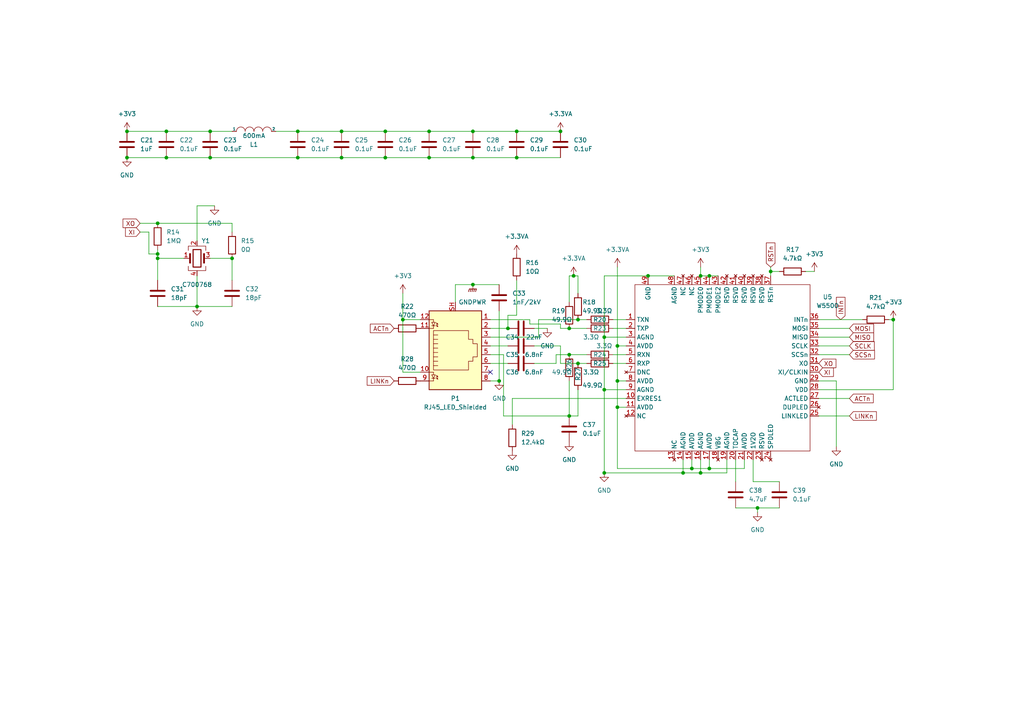
<source format=kicad_sch>
(kicad_sch (version 20211123) (generator eeschema)
  (paper "A4")
  (lib_symbols
    (symbol "01-rickbassham:W5500"
      (property "Reference" "U" (at -39.37 29.21 0))
      (property "Value" "W5500" (at -36.83 31.75 0))
      (symbol "W5500_0_1"
        (rectangle (start -25.4 24.13) (end 25.4 -24.13))
      )
      (symbol "W5500_1_1"
        (pin output line (at -27.94 13.97 0) (length 2.54) (name "TXN") (number "1"))
        (pin output line (at -27.94 -8.89 0) (length 2.54) (name "EXRES1") (number "10"))
        (pin output line (at -27.94 -11.43 0) (length 2.54) (name "AVDD") (number "11"))
        (pin no_connect line (at -27.94 -13.97 0) (length 2.54) (name "NC") (number "12"))
        (pin no_connect line (at -13.97 -26.67 90) (length 2.54) (name "NC") (number "13"))
        (pin output line (at -11.43 -26.67 90) (length 2.54) (name "AGND") (number "14"))
        (pin output line (at -8.89 -26.67 90) (length 2.54) (name "AVDD") (number "15"))
        (pin output line (at -6.35 -26.67 90) (length 2.54) (name "AGND") (number "16"))
        (pin output line (at -3.81 -26.67 90) (length 2.54) (name "AVDD") (number "17"))
        (pin no_connect line (at -1.27 -26.67 90) (length 2.54) (name "VBG") (number "18"))
        (pin output line (at 1.27 -26.67 90) (length 2.54) (name "AGND") (number "19"))
        (pin output line (at -27.94 11.43 0) (length 2.54) (name "TXP") (number "2"))
        (pin output line (at 3.81 -26.67 90) (length 2.54) (name "TOCAP") (number "20"))
        (pin output line (at 6.35 -26.67 90) (length 2.54) (name "AVDD") (number "21"))
        (pin output line (at 8.89 -26.67 90) (length 2.54) (name "1V2O") (number "22"))
        (pin no_connect line (at 11.43 -26.67 90) (length 2.54) (name "RSVD") (number "23"))
        (pin no_connect line (at 13.97 -26.67 90) (length 2.54) (name "SPDLED") (number "24"))
        (pin output line (at 27.94 -13.97 180) (length 2.54) (name "LINKLED") (number "25"))
        (pin no_connect line (at 27.94 -11.43 180) (length 2.54) (name "DUPLED") (number "26"))
        (pin output line (at 27.94 -8.89 180) (length 2.54) (name "ACTLED") (number "27"))
        (pin output line (at 27.94 -6.35 180) (length 2.54) (name "VDD") (number "28"))
        (pin output line (at 27.94 -3.81 180) (length 2.54) (name "GND") (number "29"))
        (pin output line (at -27.94 8.89 0) (length 2.54) (name "AGND") (number "3"))
        (pin output line (at 27.94 -1.27 180) (length 2.54) (name "XI/CLKIN") (number "30"))
        (pin output line (at 27.94 1.27 180) (length 2.54) (name "XO") (number "31"))
        (pin output line (at 27.94 3.81 180) (length 2.54) (name "SCSn") (number "32"))
        (pin output line (at 27.94 6.35 180) (length 2.54) (name "SCLK") (number "33"))
        (pin output line (at 27.94 8.89 180) (length 2.54) (name "MISO") (number "34"))
        (pin output line (at 27.94 11.43 180) (length 2.54) (name "MOSI") (number "35"))
        (pin output line (at 27.94 13.97 180) (length 2.54) (name "INTn") (number "36"))
        (pin output line (at 13.97 26.67 270) (length 2.54) (name "RSTn") (number "37"))
        (pin no_connect line (at 11.43 26.67 270) (length 2.54) (name "RSVD") (number "38"))
        (pin no_connect line (at 8.89 26.67 270) (length 2.54) (name "RSVD") (number "39"))
        (pin output line (at -27.94 6.35 0) (length 2.54) (name "AVDD") (number "4"))
        (pin no_connect line (at 6.35 26.67 270) (length 2.54) (name "RSVD") (number "40"))
        (pin no_connect line (at 3.81 26.67 270) (length 2.54) (name "RSVD") (number "41"))
        (pin no_connect line (at 1.27 26.67 270) (length 2.54) (name "RSVD") (number "42"))
        (pin output line (at -1.27 26.67 270) (length 2.54) (name "PMODE2") (number "43"))
        (pin output line (at -3.81 26.67 270) (length 2.54) (name "PMODE1") (number "44"))
        (pin output line (at -6.35 26.67 270) (length 2.54) (name "PMODE0") (number "45"))
        (pin no_connect line (at -8.89 26.67 270) (length 2.54) (name "NC") (number "46"))
        (pin no_connect line (at -11.43 26.67 270) (length 2.54) (name "NC") (number "47"))
        (pin output line (at -13.97 26.67 270) (length 2.54) (name "AGND") (number "48"))
        (pin output line (at -21.59 26.67 270) (length 2.54) (name "GND") (number "49"))
        (pin output line (at -27.94 3.81 0) (length 2.54) (name "RXN") (number "5"))
        (pin output line (at -27.94 1.27 0) (length 2.54) (name "RXP") (number "6"))
        (pin no_connect line (at -27.94 -1.27 0) (length 2.54) (name "DNC") (number "7"))
        (pin output line (at -27.94 -3.81 0) (length 2.54) (name "AVDD") (number "8"))
        (pin output line (at -27.94 -6.35 0) (length 2.54) (name "AGND") (number "9"))
      )
    )
    (symbol "Connector:RJ45_LED_Shielded" (pin_names (offset 1.016))
      (property "Reference" "J" (at -5.08 13.97 0))
      (property "Value" "RJ45_LED_Shielded" (at 1.27 13.97 0))
      (symbol "RJ45_LED_Shielded_0_1"
        (polyline (pts (xy -7.62 -7.62) (xy -6.35 -7.62)))
        (polyline (pts (xy -7.62 -5.08) (xy -6.35 -5.08)))
        (polyline (pts (xy -7.62 7.62) (xy -6.35 7.62)))
        (polyline (pts (xy -7.62 10.16) (xy -6.35 10.16)))
        (polyline (pts (xy -6.858 -5.842) (xy -5.842 -5.842)))
        (polyline (pts (xy -6.858 9.398) (xy -5.842 9.398)))
        (polyline (pts (xy -6.35 -7.62) (xy -6.35 -6.858)))
        (polyline (pts (xy -6.35 -5.08) (xy -6.35 -5.842)))
        (polyline (pts (xy -6.35 7.62) (xy -6.35 8.382)))
        (polyline (pts (xy -6.35 10.16) (xy -6.35 9.398)))
        (polyline (pts (xy -5.08 -6.223) (xy -5.207 -6.604)))
        (polyline (pts (xy -5.08 -5.588) (xy -5.207 -5.969)))
        (polyline (pts (xy -5.08 4.445) (xy -6.35 4.445)))
        (polyline (pts (xy -5.08 5.715) (xy -6.35 5.715)))
        (polyline (pts (xy -5.08 9.017) (xy -5.207 8.636)))
        (polyline (pts (xy -5.08 9.652) (xy -5.207 9.271)))
        (polyline (pts (xy -6.35 -3.175) (xy -5.08 -3.175) (xy -5.08 -3.175)))
        (polyline (pts (xy -6.35 -1.905) (xy -5.08 -1.905) (xy -5.08 -1.905)))
        (polyline (pts (xy -6.35 -0.635) (xy -5.08 -0.635) (xy -5.08 -0.635)))
        (polyline (pts (xy -6.35 0.635) (xy -5.08 0.635) (xy -5.08 0.635)))
        (polyline (pts (xy -6.35 1.905) (xy -5.08 1.905) (xy -5.08 1.905)))
        (polyline (pts (xy -5.588 -6.731) (xy -5.08 -6.223) (xy -5.461 -6.35)))
        (polyline (pts (xy -5.588 -6.096) (xy -5.08 -5.588) (xy -5.461 -5.715)))
        (polyline (pts (xy -5.588 8.509) (xy -5.08 9.017) (xy -5.461 8.89)))
        (polyline (pts (xy -5.588 9.144) (xy -5.08 9.652) (xy -5.461 9.525)))
        (polyline (pts (xy -5.08 3.175) (xy -6.35 3.175) (xy -6.35 3.175)))
        (polyline (pts (xy -6.35 -5.842) (xy -6.858 -6.858) (xy -5.842 -6.858) (xy -6.35 -5.842)))
        (polyline (pts (xy -6.35 9.398) (xy -6.858 8.382) (xy -5.842 8.382) (xy -6.35 9.398)))
        (polyline (pts (xy -6.35 -4.445) (xy -6.35 6.985) (xy 3.81 6.985) (xy 3.81 4.445) (xy 5.08 4.445) (xy 5.08 3.175) (xy 6.35 3.175) (xy 6.35 -0.635) (xy 5.08 -0.635) (xy 5.08 -1.905) (xy 3.81 -1.905) (xy 3.81 -4.445) (xy -6.35 -4.445) (xy -6.35 -4.445)))
        (rectangle (start 7.62 12.7) (end -7.62 -10.16) (stroke (width 0.254)) (fill (type background)))
      )
      (symbol "RJ45_LED_Shielded_1_1"
        (pin passive line (at 10.16 -7.62 180) (length 2.54) (name "~") (number "1"))
        (pin passive line (at -10.16 7.62 0) (length 2.54) (name "~") (number "10"))
        (pin passive line (at -10.16 -5.08 0) (length 2.54) (name "~") (number "11"))
        (pin passive line (at -10.16 -7.62 0) (length 2.54) (name "~") (number "12"))
        (pin passive line (at 10.16 -5.08 180) (length 2.54) (name "~") (number "2"))
        (pin passive line (at 10.16 -2.54 180) (length 2.54) (name "~") (number "3"))
        (pin passive line (at 10.16 0 180) (length 2.54) (name "~") (number "4"))
        (pin passive line (at 10.16 2.54 180) (length 2.54) (name "~") (number "5"))
        (pin passive line (at 10.16 5.08 180) (length 2.54) (name "~") (number "6"))
        (pin passive line (at 10.16 7.62 180) (length 2.54) (name "~") (number "7"))
        (pin passive line (at 10.16 10.16 180) (length 2.54) (name "~") (number "8"))
        (pin passive line (at -10.16 10.16 0) (length 2.54) (name "~") (number "9"))
        (pin passive line (at 0 -12.7 90) (length 2.54) (name "~") (number "SH"))
      )
    )
    (symbol "Device:C" (pin_numbers hide) (pin_names (offset 0.254))
      (property "Reference" "C" (at 0.635 2.54 0))
      (property "Value" "C" (at 0.635 -2.54 0))
      (symbol "C_0_1"
        (polyline (pts (xy -2.032 -0.762) (xy 2.032 -0.762)) (stroke (width 0.508)))
        (polyline (pts (xy -2.032 0.762) (xy 2.032 0.762)) (stroke (width 0.508)))
      )
      (symbol "C_1_1"
        (pin passive line (at 0 3.81 270) (length 2.794) (name "~") (number "1"))
        (pin passive line (at 0 -3.81 90) (length 2.794) (name "~") (number "2"))
      )
    )
    (symbol "Device:Crystal_GND24" (pin_names (offset 1.016) hide)
      (property "Reference" "Y" (at 3.175 5.08 0))
      (property "Value" "Crystal_GND24" (at 3.175 3.175 0))
      (symbol "Crystal_GND24_0_1"
        (rectangle (start -1.143 2.54) (end 1.143 -2.54) (stroke (width 0.3048)))
        (polyline (pts (xy -2.54 0) (xy -2.032 0)))
        (polyline (pts (xy -2.032 -1.27) (xy -2.032 1.27)) (stroke (width 0.508)))
        (polyline (pts (xy 0 -3.81) (xy 0 -3.556)))
        (polyline (pts (xy 0 3.556) (xy 0 3.81)))
        (polyline (pts (xy 2.032 -1.27) (xy 2.032 1.27)) (stroke (width 0.508)))
        (polyline (pts (xy 2.032 0) (xy 2.54 0)))
        (polyline (pts (xy -2.54 -2.286) (xy -2.54 -3.556) (xy 2.54 -3.556) (xy 2.54 -2.286)))
        (polyline (pts (xy -2.54 2.286) (xy -2.54 3.556) (xy 2.54 3.556) (xy 2.54 2.286)))
      )
      (symbol "Crystal_GND24_1_1"
        (pin passive line (at -3.81 0 0) (length 1.27) (name "1") (number "1"))
        (pin passive line (at 0 5.08 270) (length 1.27) (name "2") (number "2"))
        (pin passive line (at 3.81 0 180) (length 1.27) (name "3") (number "3"))
        (pin passive line (at 0 -5.08 90) (length 1.27) (name "4") (number "4"))
      )
    )
    (symbol "Device:R" (pin_numbers hide) (pin_names (offset 0))
      (property "Reference" "R" (at 2.032 0 90))
      (property "Value" "R" (at 0 0 90))
      (symbol "R_0_1"
        (rectangle (start -1.016 -2.54) (end 1.016 2.54) (stroke (width 0.254)))
      )
      (symbol "R_1_1"
        (pin passive line (at 0 3.81 270) (length 1.27) (name "~") (number "1"))
        (pin passive line (at 0 -3.81 90) (length 1.27) (name "~") (number "2"))
      )
    )
    (symbol "power:+3.3V" (power) (pin_names (offset 0))
      (property "Value" "+3.3V" (at 0 3.556 0))
      (symbol "+3.3V_0_1"
        (polyline (pts (xy -0.762 1.27) (xy 0 2.54)))
        (polyline (pts (xy 0 0) (xy 0 2.54)))
        (polyline (pts (xy 0 2.54) (xy 0.762 1.27)))
      )
      (symbol "+3.3V_1_1"
        (pin power_in line (at 0 0 90) (length 0) hide (name "+3V3") (number "1"))
      )
    )
    (symbol "power:+3.3VA" (power) (pin_names (offset 0))
      (property "Value" "+3.3VA" (at 0 3.556 0))
      (symbol "+3.3VA_0_1"
        (polyline (pts (xy -0.762 1.27) (xy 0 2.54)))
        (polyline (pts (xy 0 0) (xy 0 2.54)))
        (polyline (pts (xy 0 2.54) (xy 0.762 1.27)))
      )
      (symbol "+3.3VA_1_1"
        (pin power_in line (at 0 0 90) (length 0) hide (name "+3.3VA") (number "1"))
      )
    )
    (symbol "power:GND" (power) (pin_names (offset 0))
      (property "Value" "GND" (at 0 -3.81 0))
      (symbol "GND_0_1"
        (polyline (pts (xy 0 0) (xy 0 -1.27) (xy 1.27 -1.27) (xy 0 -2.54) (xy -1.27 -1.27) (xy 0 -1.27)))
      )
      (symbol "GND_1_1"
        (pin power_in line (at 0 0 270) (length 0) hide (name "GND") (number "1"))
      )
    )
    (symbol "power:GNDPWR" (power) (pin_names (offset 0))
      (property "Value" "GNDPWR" (at 0 -3.302 0))
      (symbol "GNDPWR_0_1"
        (polyline (pts (xy 0 -1.27) (xy 0 0)))
        (polyline (pts (xy -1.016 -1.27) (xy -1.27 -2.032) (xy -1.27 -2.032)) (stroke (width 0.2032)))
        (polyline (pts (xy -0.508 -1.27) (xy -0.762 -2.032) (xy -0.762 -2.032)) (stroke (width 0.2032)))
        (polyline (pts (xy 0 -1.27) (xy -0.254 -2.032) (xy -0.254 -2.032)) (stroke (width 0.2032)))
        (polyline (pts (xy 0.508 -1.27) (xy 0.254 -2.032) (xy 0.254 -2.032)) (stroke (width 0.2032)))
        (polyline (pts (xy 1.016 -1.27) (xy -1.016 -1.27) (xy -1.016 -1.27)) (stroke (width 0.2032)))
        (polyline (pts (xy 1.016 -1.27) (xy 0.762 -2.032) (xy 0.762 -2.032) (xy 0.762 -2.032)) (stroke (width 0.2032)))
      )
      (symbol "GNDPWR_1_1"
        (pin power_in line (at 0 0 270) (length 0) hide (name "GNDPWR") (number "1"))
      )
    )
    (symbol "pspice:INDUCTOR" (pin_numbers hide) (pin_names (offset 0))
      (property "Reference" "L" (at 0 2.54 0))
      (property "Value" "INDUCTOR" (at 0 -1.27 0))
      (symbol "INDUCTOR_0_1"
        (arc (start -2.54 0) (mid -3.81 1.27) (end -5.08 0))
        (arc (start 0 0) (mid -1.27 1.27) (end -2.54 0))
        (arc (start 2.54 0) (mid 1.27 1.27) (end 0 0))
        (arc (start 5.08 0) (mid 3.81 1.27) (end 2.54 0))
      )
      (symbol "INDUCTOR_1_1"
        (pin input line (at -6.35 0 0) (length 1.27) (name "1") (number "1"))
        (pin input line (at 6.35 0 180) (length 1.27) (name "2") (number "2"))
      )
    )
  )
  (junction (at 219.71 147.32))
  (junction (at 223.52 78.74))
  (junction (at 149.86 38.1))
  (junction (at 67.31 74.93))
  (junction (at 147.32 95.25))
  (junction (at 144.78 110.49))
  (junction (at 165.1 102.87))
  (junction (at 175.26 97.79))
  (junction (at 137.16 82.55))
  (junction (at 116.84 92.71))
  (junction (at 175.26 113.03))
  (junction (at 259.08 92.71))
  (junction (at 111.76 45.72))
  (junction (at 124.46 38.1))
  (junction (at 45.72 74.93))
  (junction (at 167.64 92.71))
  (junction (at 45.72 64.77))
  (junction (at 187.96 80.01))
  (junction (at 179.07 110.49))
  (junction (at 99.06 45.72))
  (junction (at 137.16 45.72))
  (junction (at 124.46 45.72))
  (junction (at 86.36 45.72))
  (junction (at 205.74 135.89))
  (junction (at 36.83 45.72))
  (junction (at 165.1 120.65))
  (junction (at 137.16 38.1))
  (junction (at 36.83 38.1))
  (junction (at 45.72 73.66))
  (junction (at 167.64 105.41))
  (junction (at 48.26 45.72))
  (junction (at 60.96 38.1))
  (junction (at 165.1 95.25))
  (junction (at 48.26 38.1))
  (junction (at 99.06 38.1))
  (junction (at 179.07 100.33))
  (junction (at 166.37 80.01))
  (junction (at 205.74 80.01))
  (junction (at 203.2 80.01))
  (junction (at 149.86 45.72))
  (junction (at 175.26 137.16))
  (junction (at 86.36 38.1))
  (junction (at 57.15 88.9))
  (junction (at 203.2 137.16))
  (junction (at 179.07 118.11))
  (junction (at 162.56 38.1))
  (junction (at 200.66 135.89))
  (junction (at 60.96 45.72))
  (junction (at 198.12 137.16))
  (junction (at 111.76 38.1))
  (no_connect (at 142.24 107.95))
  (wire (pts (xy 57.15 69.85) (xy 57.15 59.69)))
  (wire (pts (xy 57.15 59.69) (xy 62.23 59.69)))
  (wire (pts (xy 116.84 92.71) (xy 121.92 92.71)))
  (wire (pts (xy 60.96 38.1) (xy 67.31 38.1)))
  (wire (pts (xy 142.24 100.33) (xy 147.32 100.33)))
  (wire (pts (xy 147.32 91.44) (xy 147.32 95.25)))
  (wire (pts (xy 179.07 118.11) (xy 181.61 118.11)))
  (wire (pts (xy 259.08 113.03) (xy 259.08 92.71)))
  (wire (pts (xy 57.15 80.01) (xy 57.15 88.9)))
  (wire (pts (xy 175.26 80.01) (xy 175.26 97.79)))
  (wire (pts (xy 215.9 135.89) (xy 205.74 135.89)))
  (wire (pts (xy 179.07 135.89) (xy 179.07 118.11)))
  (wire (pts (xy 237.49 97.79) (xy 246.38 97.79)))
  (wire (pts (xy 156.21 92.71) (xy 167.64 92.71)))
  (wire (pts (xy 149.86 81.28) (xy 149.86 91.44)))
  (wire (pts (xy 242.57 110.49) (xy 242.57 129.54)))
  (wire (pts (xy 165.1 87.63) (xy 165.1 80.01)))
  (wire (pts (xy 161.29 102.87) (xy 165.1 102.87)))
  (wire (pts (xy 142.24 97.79) (xy 156.21 97.79)))
  (wire (pts (xy 179.07 77.47) (xy 179.07 100.33)))
  (wire (pts (xy 187.96 80.01) (xy 175.26 80.01)))
  (wire (pts (xy 167.64 105.41) (xy 170.18 105.41)))
  (wire (pts (xy 165.1 102.87) (xy 170.18 102.87)))
  (wire (pts (xy 210.82 137.16) (xy 203.2 137.16)))
  (wire (pts (xy 162.56 105.41) (xy 167.64 105.41)))
  (wire (pts (xy 149.86 38.1) (xy 162.56 38.1)))
  (wire (pts (xy 223.52 77.47) (xy 223.52 78.74)))
  (wire (pts (xy 67.31 74.93) (xy 67.31 81.28)))
  (wire (pts (xy 175.26 97.79) (xy 175.26 113.03)))
  (wire (pts (xy 148.59 123.19) (xy 148.59 115.57)))
  (wire (pts (xy 215.9 133.35) (xy 215.9 135.89)))
  (wire (pts (xy 45.72 72.39) (xy 45.72 73.66)))
  (wire (pts (xy 144.78 90.17) (xy 144.78 110.49)))
  (wire (pts (xy 142.24 102.87) (xy 146.05 102.87)))
  (wire (pts (xy 167.64 80.01) (xy 166.37 80.01)))
  (wire (pts (xy 162.56 93.98) (xy 162.56 95.25)))
  (wire (pts (xy 53.34 74.93) (xy 45.72 74.93)))
  (wire (pts (xy 45.72 74.93) (xy 45.72 81.28)))
  (wire (pts (xy 137.16 82.55) (xy 132.08 82.55)))
  (wire (pts (xy 167.64 92.71) (xy 170.18 92.71)))
  (wire (pts (xy 167.64 85.09) (xy 167.64 80.01)))
  (wire (pts (xy 116.84 92.71) (xy 116.84 107.95)))
  (wire (pts (xy 57.15 88.9) (xy 67.31 88.9)))
  (wire (pts (xy 148.59 115.57) (xy 181.61 115.57)))
  (wire (pts (xy 165.1 80.01) (xy 166.37 80.01)))
  (wire (pts (xy 237.49 100.33) (xy 246.38 100.33)))
  (wire (pts (xy 203.2 80.01) (xy 205.74 80.01)))
  (wire (pts (xy 162.56 100.33) (xy 162.56 105.41)))
  (wire (pts (xy 175.26 137.16) (xy 198.12 137.16)))
  (wire (pts (xy 165.1 110.49) (xy 165.1 120.65)))
  (wire (pts (xy 179.07 118.11) (xy 179.07 110.49)))
  (wire (pts (xy 116.84 85.09) (xy 116.84 92.71)))
  (wire (pts (xy 175.26 113.03) (xy 181.61 113.03)))
  (wire (pts (xy 200.66 135.89) (xy 205.74 135.89)))
  (wire (pts (xy 149.86 45.72) (xy 162.56 45.72)))
  (wire (pts (xy 218.44 133.35) (xy 218.44 139.7)))
  (wire (pts (xy 237.49 120.65) (xy 246.38 120.65)))
  (wire (pts (xy 36.83 45.72) (xy 48.26 45.72)))
  (wire (pts (xy 162.56 95.25) (xy 165.1 95.25)))
  (wire (pts (xy 181.61 110.49) (xy 179.07 110.49)))
  (wire (pts (xy 149.86 91.44) (xy 147.32 91.44)))
  (wire (pts (xy 213.36 147.32) (xy 219.71 147.32)))
  (wire (pts (xy 203.2 77.47) (xy 203.2 80.01)))
  (wire (pts (xy 132.08 82.55) (xy 132.08 87.63)))
  (wire (pts (xy 146.05 102.87) (xy 146.05 120.65)))
  (wire (pts (xy 43.18 67.31) (xy 43.18 73.66)))
  (wire (pts (xy 165.1 95.25) (xy 170.18 95.25)))
  (wire (pts (xy 142.24 95.25) (xy 147.32 95.25)))
  (wire (pts (xy 67.31 67.31) (xy 67.31 64.77)))
  (wire (pts (xy 179.07 135.89) (xy 200.66 135.89)))
  (wire (pts (xy 236.22 78.74) (xy 233.68 78.74)))
  (wire (pts (xy 153.67 92.71) (xy 153.67 93.98)))
  (wire (pts (xy 179.07 110.49) (xy 179.07 100.33)))
  (wire (pts (xy 223.52 78.74) (xy 223.52 80.01)))
  (wire (pts (xy 205.74 133.35) (xy 205.74 135.89)))
  (wire (pts (xy 67.31 64.77) (xy 45.72 64.77)))
  (wire (pts (xy 111.76 45.72) (xy 124.46 45.72)))
  (wire (pts (xy 45.72 73.66) (xy 45.72 74.93)))
  (wire (pts (xy 144.78 110.49) (xy 142.24 110.49)))
  (wire (pts (xy 154.94 95.25) (xy 158.75 95.25)))
  (wire (pts (xy 137.16 38.1) (xy 149.86 38.1)))
  (wire (pts (xy 177.8 92.71) (xy 181.61 92.71)))
  (wire (pts (xy 142.24 105.41) (xy 147.32 105.41)))
  (wire (pts (xy 154.94 100.33) (xy 162.56 100.33)))
  (wire (pts (xy 137.16 82.55) (xy 144.78 82.55)))
  (wire (pts (xy 48.26 45.72) (xy 60.96 45.72)))
  (wire (pts (xy 179.07 100.33) (xy 181.61 100.33)))
  (wire (pts (xy 219.71 147.32) (xy 226.06 147.32)))
  (wire (pts (xy 99.06 45.72) (xy 111.76 45.72)))
  (wire (pts (xy 205.74 80.01) (xy 208.28 80.01)))
  (wire (pts (xy 177.8 105.41) (xy 181.61 105.41)))
  (wire (pts (xy 237.49 113.03) (xy 259.08 113.03)))
  (wire (pts (xy 246.38 95.25) (xy 237.49 95.25)))
  (wire (pts (xy 80.01 38.1) (xy 86.36 38.1)))
  (wire (pts (xy 153.67 93.98) (xy 162.56 93.98)))
  (wire (pts (xy 111.76 38.1) (xy 124.46 38.1)))
  (wire (pts (xy 167.64 113.03) (xy 167.64 120.65)))
  (wire (pts (xy 200.66 133.35) (xy 200.66 135.89)))
  (wire (pts (xy 154.94 105.41) (xy 161.29 105.41)))
  (wire (pts (xy 45.72 88.9) (xy 57.15 88.9)))
  (wire (pts (xy 137.16 45.72) (xy 149.86 45.72)))
  (wire (pts (xy 237.49 110.49) (xy 242.57 110.49)))
  (wire (pts (xy 219.71 148.59) (xy 219.71 147.32)))
  (wire (pts (xy 198.12 133.35) (xy 198.12 137.16)))
  (wire (pts (xy 257.81 92.71) (xy 259.08 92.71)))
  (wire (pts (xy 246.38 115.57) (xy 237.49 115.57)))
  (wire (pts (xy 156.21 97.79) (xy 156.21 92.71)))
  (wire (pts (xy 177.8 102.87) (xy 181.61 102.87)))
  (wire (pts (xy 40.64 67.31) (xy 43.18 67.31)))
  (wire (pts (xy 40.64 64.77) (xy 45.72 64.77)))
  (wire (pts (xy 146.05 120.65) (xy 165.1 120.65)))
  (wire (pts (xy 218.44 139.7) (xy 226.06 139.7)))
  (wire (pts (xy 43.18 73.66) (xy 45.72 73.66)))
  (wire (pts (xy 48.26 38.1) (xy 60.96 38.1)))
  (wire (pts (xy 167.64 120.65) (xy 165.1 120.65)))
  (wire (pts (xy 175.26 97.79) (xy 181.61 97.79)))
  (wire (pts (xy 210.82 133.35) (xy 210.82 137.16)))
  (wire (pts (xy 187.96 80.01) (xy 195.58 80.01)))
  (wire (pts (xy 99.06 38.1) (xy 111.76 38.1)))
  (wire (pts (xy 60.96 74.93) (xy 67.31 74.93)))
  (wire (pts (xy 86.36 38.1) (xy 99.06 38.1)))
  (wire (pts (xy 124.46 38.1) (xy 137.16 38.1)))
  (wire (pts (xy 226.06 78.74) (xy 223.52 78.74)))
  (wire (pts (xy 203.2 133.35) (xy 203.2 137.16)))
  (wire (pts (xy 177.8 95.25) (xy 181.61 95.25)))
  (wire (pts (xy 121.92 107.95) (xy 116.84 107.95)))
  (wire (pts (xy 161.29 105.41) (xy 161.29 102.87)))
  (wire (pts (xy 142.24 92.71) (xy 153.67 92.71)))
  (wire (pts (xy 124.46 45.72) (xy 137.16 45.72)))
  (wire (pts (xy 36.83 38.1) (xy 48.26 38.1)))
  (wire (pts (xy 237.49 92.71) (xy 250.19 92.71)))
  (wire (pts (xy 60.96 45.72) (xy 86.36 45.72)))
  (wire (pts (xy 237.49 102.87) (xy 246.38 102.87)))
  (wire (pts (xy 198.12 137.16) (xy 203.2 137.16)))
  (wire (pts (xy 175.26 113.03) (xy 175.26 137.16)))
  (wire (pts (xy 213.36 133.35) (xy 213.36 139.7)))
  (wire (pts (xy 86.36 45.72) (xy 99.06 45.72)))
  (global_label "ACTn" (shape input) (at 114.3 95.25 180) (property "Intersheet References" "${INTERSHEET_REFS}" (effects hide)))
  (global_label "MOSI" (shape input) (at 246.38 95.25 0) (property "Intersheet References" "${INTERSHEET_REFS}" (effects hide)))
  (global_label "LINKn" (shape input) (at 246.38 120.65 0) (property "Intersheet References" "${INTERSHEET_REFS}" (effects hide)))
  (global_label "MISO" (shape input) (at 246.38 97.79 0) (property "Intersheet References" "${INTERSHEET_REFS}" (effects hide)))
  (global_label "SCSn" (shape input) (at 246.38 102.87 0) (property "Intersheet References" "${INTERSHEET_REFS}" (effects hide)))
  (global_label "INTn" (shape input) (at 243.84 92.71 90) (property "Intersheet References" "${INTERSHEET_REFS}" (effects hide)))
  (global_label "XI" (shape input) (at 40.64 67.31 180) (property "Intersheet References" "${INTERSHEET_REFS}" (effects hide)))
  (global_label "XI" (shape input) (at 237.49 107.95 0) (property "Intersheet References" "${INTERSHEET_REFS}" (effects hide)))
  (global_label "XO" (shape input) (at 40.64 64.77 180) (property "Intersheet References" "${INTERSHEET_REFS}" (effects hide)))
  (global_label "ACTn" (shape input) (at 246.38 115.57 0) (property "Intersheet References" "${INTERSHEET_REFS}" (effects hide)))
  (global_label "SCLK" (shape input) (at 246.38 100.33 0) (property "Intersheet References" "${INTERSHEET_REFS}" (effects hide)))
  (global_label "LINKn" (shape input) (at 114.3 110.49 180) (property "Intersheet References" "${INTERSHEET_REFS}" (effects hide)))
  (global_label "XO" (shape input) (at 237.49 105.41 0) (property "Intersheet References" "${INTERSHEET_REFS}" (effects hide)))
  (global_label "RSTn" (shape input) (at 223.52 77.47 90) (property "Intersheet References" "${INTERSHEET_REFS}" (effects hide)))
  (symbol (lib_id "Device:C") (at 151.13 95.25 90) (unit 1)
    (property "Reference" "C34" (at 148.59 97.79 90))
    (property "Value" "22nF" (at 154.94 97.79 90))
    (property "Footprint" "Capacitor_SMD:C_0402_1005Metric" (effects hide))
    (property "LCSC" "C1532" (effects hide))
  )
  (symbol (lib_id "power:+3.3V") (at 116.84 85.09 0) (unit 1)
    (property "Reference" "#PWR0153" (effects hide))
    (property "Value" "+3.3V" (at 116.84 80.01 0))
  )
  (symbol (lib_id "Device:C") (at 48.26 41.91 0) (unit 1)
    (property "Reference" "C22" (at 52.07 40.6399 0) (effects (justify left)))
    (property "Value" "0.1uF" (at 52.07 43.1799 0) (effects (justify left)))
    (property "Footprint" "Capacitor_SMD:C_0402_1005Metric" (effects hide))
    (property "LCSC" "C1525" (effects hide))
  )
  (symbol (lib_id "Device:C") (at 45.72 85.09 0) (unit 1)
    (property "Reference" "C31" (at 49.53 83.8199 0) (effects (justify left)))
    (property "Value" "18pF" (at 49.53 86.3599 0) (effects (justify left)))
    (property "Footprint" "Capacitor_SMD:C_0402_1005Metric" (effects hide))
    (property "LCSC" "C1549" (effects hide))
  )
  (symbol (lib_id "Connector:RJ45_LED_Shielded") (at 132.08 100.33 0) (mirror x) (unit 1)
    (property "Reference" "P1" (at 132.08 115.57 0))
    (property "Value" "RJ45_LED_Shielded" (at 132.08 118.11 0))
    (property "Footprint" "01-rickbassham:J1B1211CCD" (effects hide))
    (property "Manufacturer PN" "J1B1211CCD" (effects hide))
    (property "LCSC" "C910371" (effects hide))
  )
  (symbol (lib_id "Device:R") (at 67.31 71.12 180) (unit 1)
    (property "Reference" "R15" (at 69.85 69.8499 0) (effects (justify right)))
    (property "Value" "0Ω" (at 69.85 72.3899 0) (effects (justify right)))
    (property "Footprint" "Resistor_SMD:R_0402_1005Metric" (effects hide))
    (property "LCSC" "C17168" (effects hide))
  )
  (symbol (lib_id "01-rickbassham:W5500") (at 209.55 106.68 0) (unit 1)
    (property "Reference" "U5" (at 240.03 86.1312 0))
    (property "Value" "W5500" (at 240.03 88.6712 0))
    (property "Footprint" "Package_QFP:LQFP-48-1EP_7x7mm_P0.5mm_EP3.6x3.6mm" (effects hide))
    (property "LCSC" "C32843" (effects hide))
  )
  (symbol (lib_id "power:GND") (at 57.15 88.9 0) (unit 1)
    (property "Reference" "#PWR0152" (effects hide))
    (property "Value" "GND" (at 57.15 93.98 0))
  )
  (symbol (lib_id "power:+3.3VA") (at 162.56 38.1 0) (unit 1)
    (property "Reference" "#PWR0147" (effects hide))
    (property "Value" "+3.3VA" (at 162.56 33.02 0))
  )
  (symbol (lib_id "Device:C") (at 124.46 41.91 0) (unit 1)
    (property "Reference" "C27" (at 128.27 40.6399 0) (effects (justify left)))
    (property "Value" "0.1uF" (at 128.27 43.1799 0) (effects (justify left)))
    (property "Footprint" "Capacitor_SMD:C_0402_1005Metric" (effects hide))
    (property "LCSC" "C1525" (effects hide))
  )
  (symbol (lib_id "Device:R") (at 254 92.71 270) (unit 1)
    (property "Reference" "R21" (at 254 86.36 90))
    (property "Value" "4.7kΩ" (at 254 88.9 90))
    (property "Footprint" "Resistor_SMD:R_0402_1005Metric" (effects hide))
    (property "LCSC" "C25900" (effects hide))
  )
  (symbol (lib_id "power:+3.3V") (at 36.83 38.1 0) (unit 1)
    (property "Reference" "#PWR0142" (effects hide))
    (property "Value" "+3.3V" (at 36.83 33.02 0))
  )
  (symbol (lib_id "pspice:INDUCTOR") (at 73.66 38.1 0) (unit 1)
    (property "Reference" "L1" (at 73.66 41.91 0))
    (property "Value" "600mA" (at 73.66 39.37 0))
    (property "Footprint" "Inductor_SMD:L_0603_1608Metric" (effects hide))
    (property "LCSC" "C280478" (effects hide))
  )
  (symbol (lib_id "power:GND") (at 165.1 128.27 0) (unit 1)
    (property "Reference" "#PWR0156" (effects hide))
    (property "Value" "GND" (at 165.1 133.35 0))
  )
  (symbol (lib_id "Device:R") (at 173.99 95.25 90) (unit 1)
    (property "Reference" "R23" (at 173.99 95.25 90))
    (property "Value" "3.3Ω" (at 171.45 97.79 90))
    (property "Footprint" "Resistor_SMD:R_0402_1005Metric" (effects hide))
    (property "LCSC" "C269403" (effects hide))
  )
  (symbol (lib_id "Device:R") (at 148.59 127 180) (unit 1)
    (property "Reference" "R29" (at 151.13 125.7299 0) (effects (justify right)))
    (property "Value" "12.4kΩ" (at 151.13 128.2699 0) (effects (justify right)))
    (property "Footprint" "Resistor_SMD:R_0402_1005Metric" (effects hide))
    (property "LCSC" "C11692" (effects hide))
  )
  (symbol (lib_id "power:GND") (at 219.71 148.59 0) (unit 1)
    (property "Reference" "#PWR0150" (effects hide))
    (property "Value" "GND" (at 219.71 153.67 0))
  )
  (symbol (lib_id "Device:R") (at 173.99 105.41 90) (unit 1)
    (property "Reference" "R25" (at 173.99 105.41 90))
    (property "Value" "3.3Ω" (at 171.45 107.95 90))
    (property "Footprint" "Resistor_SMD:R_0402_1005Metric" (effects hide))
    (property "LCSC" "C269403" (effects hide))
  )
  (symbol (lib_id "Device:R") (at 167.64 88.9 180) (unit 1)
    (property "Reference" "R18" (at 168.91 87.63 0) (effects (justify right)))
    (property "Value" "49.9Ω" (at 168.91 90.17 0) (effects (justify right)))
    (property "Footprint" "Resistor_SMD:R_0402_1005Metric" (effects hide))
    (property "LCSC" "C25120" (effects hide))
  )
  (symbol (lib_id "power:+3.3V") (at 259.08 92.71 0) (unit 1)
    (property "Reference" "#PWR0151" (effects hide))
    (property "Value" "+3.3V" (at 259.08 87.63 0))
  )
  (symbol (lib_id "Device:R") (at 165.1 91.44 180) (unit 1)
    (property "Reference" "R19" (at 160.02 90.17 0) (effects (justify right)))
    (property "Value" "49.9Ω" (at 160.02 92.71 0) (effects (justify right)))
    (property "Footprint" "Resistor_SMD:R_0402_1005Metric" (effects hide))
    (property "LCSC" "C25120" (effects hide))
  )
  (symbol (lib_id "power:+3.3VA") (at 149.86 73.66 0) (unit 1)
    (property "Reference" "#PWR0146" (effects hide))
    (property "Value" "+3.3VA" (at 149.86 68.58 0))
  )
  (symbol (lib_id "Device:C") (at 144.78 86.36 0) (unit 1)
    (property "Reference" "C33" (at 148.59 85.0899 0) (effects (justify left)))
    (property "Value" "1nF/2kV" (at 148.59 87.6299 0) (effects (justify left)))
    (property "Footprint" "Capacitor_SMD:C_1206_3216Metric" (effects hide))
    (property "LCSC" "C9196" (effects hide))
  )
  (symbol (lib_id "Device:R") (at 118.11 95.25 90) (unit 1)
    (property "Reference" "R22" (at 118.11 88.9 90))
    (property "Value" "470Ω" (at 118.11 91.44 90))
    (property "Footprint" "Resistor_SMD:R_0402_1005Metric" (effects hide))
    (property "LCSC" "C25117" (effects hide))
  )
  (symbol (lib_id "Device:C") (at 137.16 41.91 0) (unit 1)
    (property "Reference" "C28" (at 140.97 40.6399 0) (effects (justify left)))
    (property "Value" "0.1uF" (at 140.97 43.1799 0) (effects (justify left)))
    (property "Footprint" "Capacitor_SMD:C_0402_1005Metric" (effects hide))
    (property "LCSC" "C1525" (effects hide))
  )
  (symbol (lib_id "power:GNDPWR") (at 137.16 82.55 0) (unit 1)
    (property "Reference" "#PWR0148" (effects hide))
    (property "Value" "GNDPWR" (at 137.033 87.63 0))
  )
  (symbol (lib_id "Device:R") (at 173.99 102.87 90) (unit 1)
    (property "Reference" "R24" (at 173.99 102.87 90))
    (property "Value" "3.3Ω" (at 175.26 100.33 90))
    (property "Footprint" "Resistor_SMD:R_0402_1005Metric" (effects hide))
    (property "LCSC" "C269403" (effects hide))
  )
  (symbol (lib_id "Device:C") (at 111.76 41.91 0) (unit 1)
    (property "Reference" "C26" (at 115.57 40.6399 0) (effects (justify left)))
    (property "Value" "0.1uF" (at 115.57 43.1799 0) (effects (justify left)))
    (property "Footprint" "Capacitor_SMD:C_0402_1005Metric" (effects hide))
    (property "LCSC" "C1525" (effects hide))
  )
  (symbol (lib_id "Device:C") (at 149.86 41.91 0) (unit 1)
    (property "Reference" "C29" (at 153.67 40.6399 0) (effects (justify left)))
    (property "Value" "0.1uF" (at 153.67 43.1799 0) (effects (justify left)))
    (property "Footprint" "Capacitor_SMD:C_0402_1005Metric" (effects hide))
    (property "LCSC" "C1525" (effects hide))
  )
  (symbol (lib_id "power:GND") (at 148.59 130.81 0) (unit 1)
    (property "Reference" "#PWR0155" (effects hide))
    (property "Value" "GND" (at 148.59 135.89 0))
  )
  (symbol (lib_id "power:GND") (at 158.75 95.25 0) (unit 1)
    (property "Reference" "#PWR0157" (effects hide))
    (property "Value" "GND" (at 158.75 100.33 0))
  )
  (symbol (lib_id "Device:C") (at 226.06 143.51 0) (unit 1)
    (property "Reference" "C39" (at 229.87 142.2399 0) (effects (justify left)))
    (property "Value" "0.1uF" (at 229.87 144.7799 0) (effects (justify left)))
    (property "Footprint" "Capacitor_SMD:C_0402_1005Metric" (effects hide))
    (property "LCSC" "C1525" (effects hide))
  )
  (symbol (lib_id "power:GND") (at 36.83 45.72 0) (unit 1)
    (property "Reference" "#PWR0141" (effects hide))
    (property "Value" "GND" (at 36.83 50.8 0))
  )
  (symbol (lib_id "power:+3.3VA") (at 179.07 77.47 0) (unit 1)
    (property "Reference" "#PWR0145" (effects hide))
    (property "Value" "+3.3VA" (at 179.07 72.39 0))
  )
  (symbol (lib_id "Device:C") (at 162.56 41.91 0) (unit 1)
    (property "Reference" "C30" (at 166.37 40.6399 0) (effects (justify left)))
    (property "Value" "0.1uF" (at 166.37 43.1799 0) (effects (justify left)))
    (property "Footprint" "Capacitor_SMD:C_0402_1005Metric" (effects hide))
    (property "LCSC" "C1525" (effects hide))
  )
  (symbol (lib_id "power:GND") (at 144.78 110.49 0) (unit 1)
    (property "Reference" "#PWR0154" (effects hide))
    (property "Value" "GND" (at 144.78 115.57 0))
  )
  (symbol (lib_id "Device:R") (at 173.99 92.71 90) (unit 1)
    (property "Reference" "R20" (at 173.99 92.71 90))
    (property "Value" "3.3Ω" (at 175.26 90.17 90))
    (property "Footprint" "Resistor_SMD:R_0402_1005Metric" (effects hide))
    (property "LCSC" "C269403" (effects hide))
  )
  (symbol (lib_id "Device:R") (at 149.86 77.47 180) (unit 1)
    (property "Reference" "R16" (at 152.4 76.1999 0) (effects (justify right)))
    (property "Value" "10Ω" (at 152.4 78.7399 0) (effects (justify right)))
    (property "Footprint" "Resistor_SMD:R_0402_1005Metric" (effects hide))
    (property "LCSC" "C25077" (effects hide))
  )
  (symbol (lib_id "power:+3.3V") (at 203.2 77.47 0) (unit 1)
    (property "Reference" "#PWR0158" (effects hide))
    (property "Value" "+3.3V" (at 203.2 72.39 0))
  )
  (symbol (lib_id "Device:C") (at 60.96 41.91 0) (unit 1)
    (property "Reference" "C23" (at 64.77 40.6399 0) (effects (justify left)))
    (property "Value" "0.1uF" (at 64.77 43.1799 0) (effects (justify left)))
    (property "Footprint" "Capacitor_SMD:C_0402_1005Metric" (effects hide))
    (property "LCSC" "C1525" (effects hide))
  )
  (symbol (lib_id "Device:C") (at 86.36 41.91 0) (unit 1)
    (property "Reference" "C24" (at 90.17 40.6399 0) (effects (justify left)))
    (property "Value" "0.1uF" (at 90.17 43.1799 0) (effects (justify left)))
    (property "Footprint" "Capacitor_SMD:C_0402_1005Metric" (effects hide))
    (property "LCSC" "C1525" (effects hide))
  )
  (symbol (lib_id "Device:C") (at 67.31 85.09 0) (unit 1)
    (property "Reference" "C32" (at 71.12 83.8199 0) (effects (justify left)))
    (property "Value" "18pF" (at 71.12 86.3599 0) (effects (justify left)))
    (property "Footprint" "Capacitor_SMD:C_0402_1005Metric" (effects hide))
    (property "LCSC" "C1549" (effects hide))
  )
  (symbol (lib_id "Device:C") (at 36.83 41.91 0) (unit 1)
    (property "Reference" "C21" (at 40.64 40.6399 0) (effects (justify left)))
    (property "Value" "1uF" (at 40.64 43.1799 0) (effects (justify left)))
    (property "Footprint" "Capacitor_SMD:C_0402_1005Metric" (effects hide))
    (property "LCSC" "C52923" (effects hide))
  )
  (symbol (lib_id "power:+3.3V") (at 236.22 78.74 0) (unit 1)
    (property "Reference" "#PWR0159" (effects hide))
    (property "Value" "+3.3V" (at 236.22 73.66 0))
  )
  (symbol (lib_id "Device:R") (at 167.64 109.22 180) (unit 1)
    (property "Reference" "R27" (at 167.64 110.49 90) (effects (justify right)))
    (property "Value" "49.9Ω" (at 168.91 111.76 0) (effects (justify right)))
    (property "Footprint" "Resistor_SMD:R_0402_1005Metric" (effects hide))
    (property "LCSC" "C25120" (effects hide))
  )
  (symbol (lib_id "power:GND") (at 242.57 129.54 0) (unit 1)
    (property "Reference" "#PWR0149" (effects hide))
    (property "Value" "GND" (at 242.57 134.62 0))
  )
  (symbol (lib_id "power:GND") (at 175.26 137.16 0) (unit 1)
    (property "Reference" "#PWR0160" (effects hide))
    (property "Value" "GND" (at 175.26 142.24 0))
  )
  (symbol (lib_id "Device:C") (at 99.06 41.91 0) (unit 1)
    (property "Reference" "C25" (at 102.87 40.6399 0) (effects (justify left)))
    (property "Value" "0.1uF" (at 102.87 43.1799 0) (effects (justify left)))
    (property "Footprint" "Capacitor_SMD:C_0402_1005Metric" (effects hide))
    (property "LCSC" "C1525" (effects hide))
  )
  (symbol (lib_id "Device:C") (at 213.36 143.51 0) (unit 1)
    (property "Reference" "C38" (at 217.17 142.2399 0) (effects (justify left)))
    (property "Value" "4.7uF" (at 217.17 144.7799 0) (effects (justify left)))
    (property "Footprint" "Capacitor_SMD:C_0402_1005Metric" (effects hide))
    (property "LCSC" "C23733" (effects hide))
  )
  (symbol (lib_id "Device:R") (at 229.87 78.74 270) (unit 1)
    (property "Reference" "R17" (at 229.87 72.39 90))
    (property "Value" "4.7kΩ" (at 229.87 74.93 90))
    (property "Footprint" "Resistor_SMD:R_0402_1005Metric" (effects hide))
    (property "LCSC" "C25900" (effects hide))
  )
  (symbol (lib_id "Device:R") (at 118.11 110.49 90) (unit 1)
    (property "Reference" "R28" (at 118.11 104.14 90))
    (property "Value" "470Ω" (at 118.11 106.68 90))
    (property "Footprint" "Resistor_SMD:R_0402_1005Metric" (effects hide))
    (property "LCSC" "C25117" (effects hide))
  )
  (symbol (lib_id "Device:R") (at 165.1 106.68 180) (unit 1)
    (property "Reference" "R26" (at 165.1 107.95 90) (effects (justify right)))
    (property "Value" "49.9Ω" (at 160.02 107.95 0) (effects (justify right)))
    (property "Footprint" "Resistor_SMD:R_0402_1005Metric" (effects hide))
    (property "LCSC" "C25120" (effects hide))
  )
  (symbol (lib_id "power:+3.3VA") (at 166.37 80.01 0) (unit 1)
    (property "Reference" "#PWR0144" (effects hide))
    (property "Value" "+3.3VA" (at 166.37 74.93 0))
  )
  (symbol (lib_id "Device:R") (at 45.72 68.58 180) (unit 1)
    (property "Reference" "R14" (at 48.26 67.3099 0) (effects (justify right)))
    (property "Value" "1MΩ" (at 48.26 69.8499 0) (effects (justify right)))
    (property "Footprint" "Resistor_SMD:R_0402_1005Metric" (effects hide))
    (property "LCSC" "C26083" (effects hide))
  )
  (symbol (lib_id "Device:C") (at 165.1 124.46 0) (unit 1)
    (property "Reference" "C37" (at 168.91 123.1899 0) (effects (justify left)))
    (property "Value" "0.1uF" (at 168.91 125.7299 0) (effects (justify left)))
    (property "Footprint" "Capacitor_SMD:C_0402_1005Metric" (effects hide))
    (property "LCSC" "C1525" (effects hide))
  )
  (symbol (lib_id "Device:C") (at 151.13 100.33 90) (unit 1)
    (property "Reference" "C35" (at 148.59 102.87 90))
    (property "Value" "6.8nF" (at 154.94 102.87 90))
    (property "Footprint" "Capacitor_SMD:C_0402_1005Metric" (effects hide))
    (property "LCSC" "C1542" (effects hide))
  )
  (symbol (lib_id "power:GND") (at 62.23 59.69 0) (unit 1)
    (property "Reference" "#PWR0143" (effects hide))
    (property "Value" "GND" (at 62.23 64.77 0))
  )
  (symbol (lib_id "Device:C") (at 151.13 105.41 90) (unit 1)
    (property "Reference" "C36" (at 148.59 107.95 90))
    (property "Value" "6.8nF" (at 154.94 107.95 90))
    (property "Footprint" "Capacitor_SMD:C_0402_1005Metric" (effects hide))
    (property "LCSC" "C1542" (effects hide))
  )
  (symbol (lib_id "Device:Crystal_GND24") (at 57.15 74.93 0) (unit 1)
    (property "Reference" "Y1" (at 59.69 69.85 0))
    (property "Value" "C700768" (at 57.15 82.55 0))
    (property "Footprint" "Crystal:Crystal_SMD_3225-4Pin_3.2x2.5mm" (effects hide))
    (property "LCSC" "C700768" (effects hide))
  )
)
</source>
